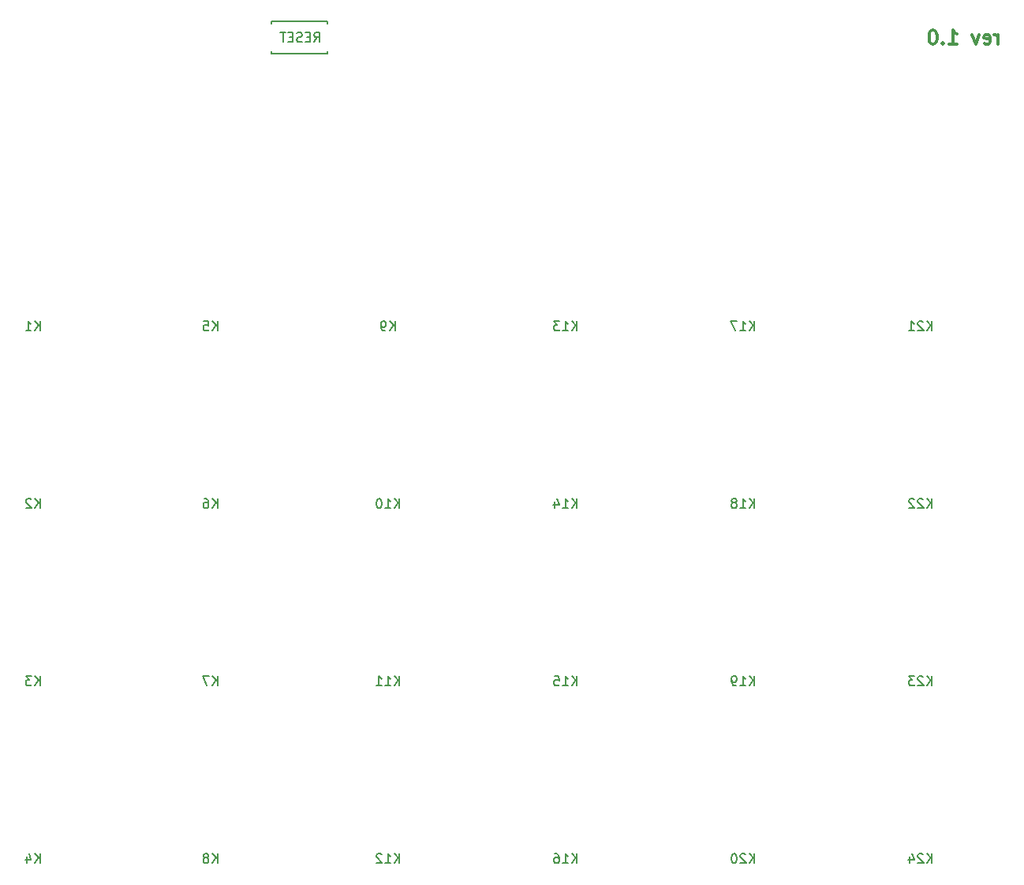
<source format=gbo>
G04 #@! TF.GenerationSoftware,KiCad,Pcbnew,(5.1.5)-3*
G04 #@! TF.CreationDate,2020-07-04T19:23:36+09:00*
G04 #@! TF.ProjectId,slamd,736c616d-642e-46b6-9963-61645f706362,rev?*
G04 #@! TF.SameCoordinates,Original*
G04 #@! TF.FileFunction,Legend,Bot*
G04 #@! TF.FilePolarity,Positive*
%FSLAX46Y46*%
G04 Gerber Fmt 4.6, Leading zero omitted, Abs format (unit mm)*
G04 Created by KiCad (PCBNEW (5.1.5)-3) date 2020-07-04 19:23:36*
%MOMM*%
%LPD*%
G04 APERTURE LIST*
%ADD10C,0.300000*%
%ADD11C,0.150000*%
%ADD12C,0.200000*%
G04 APERTURE END LIST*
D10*
X141678571Y-31178571D02*
X141678571Y-30178571D01*
X141678571Y-30464285D02*
X141607142Y-30321428D01*
X141535714Y-30250000D01*
X141392857Y-30178571D01*
X141250000Y-30178571D01*
X140178571Y-31107142D02*
X140321428Y-31178571D01*
X140607142Y-31178571D01*
X140750000Y-31107142D01*
X140821428Y-30964285D01*
X140821428Y-30392857D01*
X140750000Y-30250000D01*
X140607142Y-30178571D01*
X140321428Y-30178571D01*
X140178571Y-30250000D01*
X140107142Y-30392857D01*
X140107142Y-30535714D01*
X140821428Y-30678571D01*
X139607142Y-30178571D02*
X139250000Y-31178571D01*
X138892857Y-30178571D01*
X136392857Y-31178571D02*
X137250000Y-31178571D01*
X136821428Y-31178571D02*
X136821428Y-29678571D01*
X136964285Y-29892857D01*
X137107142Y-30035714D01*
X137250000Y-30107142D01*
X135750000Y-31035714D02*
X135678571Y-31107142D01*
X135750000Y-31178571D01*
X135821428Y-31107142D01*
X135750000Y-31035714D01*
X135750000Y-31178571D01*
X134750000Y-29678571D02*
X134607142Y-29678571D01*
X134464285Y-29750000D01*
X134392857Y-29821428D01*
X134321428Y-29964285D01*
X134250000Y-30250000D01*
X134250000Y-30607142D01*
X134321428Y-30892857D01*
X134392857Y-31035714D01*
X134464285Y-31107142D01*
X134607142Y-31178571D01*
X134750000Y-31178571D01*
X134892857Y-31107142D01*
X134964285Y-31035714D01*
X135035714Y-30892857D01*
X135107142Y-30607142D01*
X135107142Y-30250000D01*
X135035714Y-29964285D01*
X134964285Y-29821428D01*
X134892857Y-29750000D01*
X134750000Y-29678571D01*
D11*
X69675000Y-28730000D02*
X69675000Y-28980000D01*
X63675000Y-28730000D02*
X69675000Y-28730000D01*
X63675000Y-28980000D02*
X63675000Y-28730000D01*
X63675000Y-32230000D02*
X63675000Y-31980000D01*
X69675000Y-32230000D02*
X63675000Y-32230000D01*
X69675000Y-31980000D02*
X69675000Y-32230000D01*
X68254380Y-30932380D02*
X68587714Y-30456190D01*
X68825809Y-30932380D02*
X68825809Y-29932380D01*
X68444857Y-29932380D01*
X68349619Y-29980000D01*
X68302000Y-30027619D01*
X68254380Y-30122857D01*
X68254380Y-30265714D01*
X68302000Y-30360952D01*
X68349619Y-30408571D01*
X68444857Y-30456190D01*
X68825809Y-30456190D01*
X67825809Y-30408571D02*
X67492476Y-30408571D01*
X67349619Y-30932380D02*
X67825809Y-30932380D01*
X67825809Y-29932380D01*
X67349619Y-29932380D01*
X66968666Y-30884761D02*
X66825809Y-30932380D01*
X66587714Y-30932380D01*
X66492476Y-30884761D01*
X66444857Y-30837142D01*
X66397238Y-30741904D01*
X66397238Y-30646666D01*
X66444857Y-30551428D01*
X66492476Y-30503809D01*
X66587714Y-30456190D01*
X66778190Y-30408571D01*
X66873428Y-30360952D01*
X66921047Y-30313333D01*
X66968666Y-30218095D01*
X66968666Y-30122857D01*
X66921047Y-30027619D01*
X66873428Y-29980000D01*
X66778190Y-29932380D01*
X66540095Y-29932380D01*
X66397238Y-29980000D01*
X65968666Y-30408571D02*
X65635333Y-30408571D01*
X65492476Y-30932380D02*
X65968666Y-30932380D01*
X65968666Y-29932380D01*
X65492476Y-29932380D01*
X65206761Y-29932380D02*
X64635333Y-29932380D01*
X64921047Y-30932380D02*
X64921047Y-29932380D01*
D12*
X38838095Y-61920380D02*
X38838095Y-60920380D01*
X38266666Y-61920380D02*
X38695238Y-61348952D01*
X38266666Y-60920380D02*
X38838095Y-61491809D01*
X37314285Y-61920380D02*
X37885714Y-61920380D01*
X37600000Y-61920380D02*
X37600000Y-60920380D01*
X37695238Y-61063238D01*
X37790476Y-61158476D01*
X37885714Y-61206095D01*
X38838095Y-80970380D02*
X38838095Y-79970380D01*
X38266666Y-80970380D02*
X38695238Y-80398952D01*
X38266666Y-79970380D02*
X38838095Y-80541809D01*
X37885714Y-80065619D02*
X37838095Y-80018000D01*
X37742857Y-79970380D01*
X37504761Y-79970380D01*
X37409523Y-80018000D01*
X37361904Y-80065619D01*
X37314285Y-80160857D01*
X37314285Y-80256095D01*
X37361904Y-80398952D01*
X37933333Y-80970380D01*
X37314285Y-80970380D01*
X38838095Y-100020380D02*
X38838095Y-99020380D01*
X38266666Y-100020380D02*
X38695238Y-99448952D01*
X38266666Y-99020380D02*
X38838095Y-99591809D01*
X37933333Y-99020380D02*
X37314285Y-99020380D01*
X37647619Y-99401333D01*
X37504761Y-99401333D01*
X37409523Y-99448952D01*
X37361904Y-99496571D01*
X37314285Y-99591809D01*
X37314285Y-99829904D01*
X37361904Y-99925142D01*
X37409523Y-99972761D01*
X37504761Y-100020380D01*
X37790476Y-100020380D01*
X37885714Y-99972761D01*
X37933333Y-99925142D01*
X38838095Y-119070380D02*
X38838095Y-118070380D01*
X38266666Y-119070380D02*
X38695238Y-118498952D01*
X38266666Y-118070380D02*
X38838095Y-118641809D01*
X37409523Y-118403714D02*
X37409523Y-119070380D01*
X37647619Y-118022761D02*
X37885714Y-118737047D01*
X37266666Y-118737047D01*
X57888095Y-61920380D02*
X57888095Y-60920380D01*
X57316666Y-61920380D02*
X57745238Y-61348952D01*
X57316666Y-60920380D02*
X57888095Y-61491809D01*
X56411904Y-60920380D02*
X56888095Y-60920380D01*
X56935714Y-61396571D01*
X56888095Y-61348952D01*
X56792857Y-61301333D01*
X56554761Y-61301333D01*
X56459523Y-61348952D01*
X56411904Y-61396571D01*
X56364285Y-61491809D01*
X56364285Y-61729904D01*
X56411904Y-61825142D01*
X56459523Y-61872761D01*
X56554761Y-61920380D01*
X56792857Y-61920380D01*
X56888095Y-61872761D01*
X56935714Y-61825142D01*
X57888095Y-80970380D02*
X57888095Y-79970380D01*
X57316666Y-80970380D02*
X57745238Y-80398952D01*
X57316666Y-79970380D02*
X57888095Y-80541809D01*
X56459523Y-79970380D02*
X56650000Y-79970380D01*
X56745238Y-80018000D01*
X56792857Y-80065619D01*
X56888095Y-80208476D01*
X56935714Y-80398952D01*
X56935714Y-80779904D01*
X56888095Y-80875142D01*
X56840476Y-80922761D01*
X56745238Y-80970380D01*
X56554761Y-80970380D01*
X56459523Y-80922761D01*
X56411904Y-80875142D01*
X56364285Y-80779904D01*
X56364285Y-80541809D01*
X56411904Y-80446571D01*
X56459523Y-80398952D01*
X56554761Y-80351333D01*
X56745238Y-80351333D01*
X56840476Y-80398952D01*
X56888095Y-80446571D01*
X56935714Y-80541809D01*
X57888095Y-100020380D02*
X57888095Y-99020380D01*
X57316666Y-100020380D02*
X57745238Y-99448952D01*
X57316666Y-99020380D02*
X57888095Y-99591809D01*
X56983333Y-99020380D02*
X56316666Y-99020380D01*
X56745238Y-100020380D01*
X57888095Y-119070380D02*
X57888095Y-118070380D01*
X57316666Y-119070380D02*
X57745238Y-118498952D01*
X57316666Y-118070380D02*
X57888095Y-118641809D01*
X56745238Y-118498952D02*
X56840476Y-118451333D01*
X56888095Y-118403714D01*
X56935714Y-118308476D01*
X56935714Y-118260857D01*
X56888095Y-118165619D01*
X56840476Y-118118000D01*
X56745238Y-118070380D01*
X56554761Y-118070380D01*
X56459523Y-118118000D01*
X56411904Y-118165619D01*
X56364285Y-118260857D01*
X56364285Y-118308476D01*
X56411904Y-118403714D01*
X56459523Y-118451333D01*
X56554761Y-118498952D01*
X56745238Y-118498952D01*
X56840476Y-118546571D01*
X56888095Y-118594190D01*
X56935714Y-118689428D01*
X56935714Y-118879904D01*
X56888095Y-118975142D01*
X56840476Y-119022761D01*
X56745238Y-119070380D01*
X56554761Y-119070380D01*
X56459523Y-119022761D01*
X56411904Y-118975142D01*
X56364285Y-118879904D01*
X56364285Y-118689428D01*
X56411904Y-118594190D01*
X56459523Y-118546571D01*
X56554761Y-118498952D01*
X76938095Y-61920380D02*
X76938095Y-60920380D01*
X76366666Y-61920380D02*
X76795238Y-61348952D01*
X76366666Y-60920380D02*
X76938095Y-61491809D01*
X75890476Y-61920380D02*
X75700000Y-61920380D01*
X75604761Y-61872761D01*
X75557142Y-61825142D01*
X75461904Y-61682285D01*
X75414285Y-61491809D01*
X75414285Y-61110857D01*
X75461904Y-61015619D01*
X75509523Y-60968000D01*
X75604761Y-60920380D01*
X75795238Y-60920380D01*
X75890476Y-60968000D01*
X75938095Y-61015619D01*
X75985714Y-61110857D01*
X75985714Y-61348952D01*
X75938095Y-61444190D01*
X75890476Y-61491809D01*
X75795238Y-61539428D01*
X75604761Y-61539428D01*
X75509523Y-61491809D01*
X75461904Y-61444190D01*
X75414285Y-61348952D01*
X77414285Y-80970380D02*
X77414285Y-79970380D01*
X76842857Y-80970380D02*
X77271428Y-80398952D01*
X76842857Y-79970380D02*
X77414285Y-80541809D01*
X75890476Y-80970380D02*
X76461904Y-80970380D01*
X76176190Y-80970380D02*
X76176190Y-79970380D01*
X76271428Y-80113238D01*
X76366666Y-80208476D01*
X76461904Y-80256095D01*
X75271428Y-79970380D02*
X75176190Y-79970380D01*
X75080952Y-80018000D01*
X75033333Y-80065619D01*
X74985714Y-80160857D01*
X74938095Y-80351333D01*
X74938095Y-80589428D01*
X74985714Y-80779904D01*
X75033333Y-80875142D01*
X75080952Y-80922761D01*
X75176190Y-80970380D01*
X75271428Y-80970380D01*
X75366666Y-80922761D01*
X75414285Y-80875142D01*
X75461904Y-80779904D01*
X75509523Y-80589428D01*
X75509523Y-80351333D01*
X75461904Y-80160857D01*
X75414285Y-80065619D01*
X75366666Y-80018000D01*
X75271428Y-79970380D01*
X77414285Y-100020380D02*
X77414285Y-99020380D01*
X76842857Y-100020380D02*
X77271428Y-99448952D01*
X76842857Y-99020380D02*
X77414285Y-99591809D01*
X75890476Y-100020380D02*
X76461904Y-100020380D01*
X76176190Y-100020380D02*
X76176190Y-99020380D01*
X76271428Y-99163238D01*
X76366666Y-99258476D01*
X76461904Y-99306095D01*
X74938095Y-100020380D02*
X75509523Y-100020380D01*
X75223809Y-100020380D02*
X75223809Y-99020380D01*
X75319047Y-99163238D01*
X75414285Y-99258476D01*
X75509523Y-99306095D01*
X77414285Y-119070380D02*
X77414285Y-118070380D01*
X76842857Y-119070380D02*
X77271428Y-118498952D01*
X76842857Y-118070380D02*
X77414285Y-118641809D01*
X75890476Y-119070380D02*
X76461904Y-119070380D01*
X76176190Y-119070380D02*
X76176190Y-118070380D01*
X76271428Y-118213238D01*
X76366666Y-118308476D01*
X76461904Y-118356095D01*
X75509523Y-118165619D02*
X75461904Y-118118000D01*
X75366666Y-118070380D01*
X75128571Y-118070380D01*
X75033333Y-118118000D01*
X74985714Y-118165619D01*
X74938095Y-118260857D01*
X74938095Y-118356095D01*
X74985714Y-118498952D01*
X75557142Y-119070380D01*
X74938095Y-119070380D01*
X96464285Y-61920380D02*
X96464285Y-60920380D01*
X95892857Y-61920380D02*
X96321428Y-61348952D01*
X95892857Y-60920380D02*
X96464285Y-61491809D01*
X94940476Y-61920380D02*
X95511904Y-61920380D01*
X95226190Y-61920380D02*
X95226190Y-60920380D01*
X95321428Y-61063238D01*
X95416666Y-61158476D01*
X95511904Y-61206095D01*
X94607142Y-60920380D02*
X93988095Y-60920380D01*
X94321428Y-61301333D01*
X94178571Y-61301333D01*
X94083333Y-61348952D01*
X94035714Y-61396571D01*
X93988095Y-61491809D01*
X93988095Y-61729904D01*
X94035714Y-61825142D01*
X94083333Y-61872761D01*
X94178571Y-61920380D01*
X94464285Y-61920380D01*
X94559523Y-61872761D01*
X94607142Y-61825142D01*
X96464285Y-80970380D02*
X96464285Y-79970380D01*
X95892857Y-80970380D02*
X96321428Y-80398952D01*
X95892857Y-79970380D02*
X96464285Y-80541809D01*
X94940476Y-80970380D02*
X95511904Y-80970380D01*
X95226190Y-80970380D02*
X95226190Y-79970380D01*
X95321428Y-80113238D01*
X95416666Y-80208476D01*
X95511904Y-80256095D01*
X94083333Y-80303714D02*
X94083333Y-80970380D01*
X94321428Y-79922761D02*
X94559523Y-80637047D01*
X93940476Y-80637047D01*
X96464285Y-100020380D02*
X96464285Y-99020380D01*
X95892857Y-100020380D02*
X96321428Y-99448952D01*
X95892857Y-99020380D02*
X96464285Y-99591809D01*
X94940476Y-100020380D02*
X95511904Y-100020380D01*
X95226190Y-100020380D02*
X95226190Y-99020380D01*
X95321428Y-99163238D01*
X95416666Y-99258476D01*
X95511904Y-99306095D01*
X94035714Y-99020380D02*
X94511904Y-99020380D01*
X94559523Y-99496571D01*
X94511904Y-99448952D01*
X94416666Y-99401333D01*
X94178571Y-99401333D01*
X94083333Y-99448952D01*
X94035714Y-99496571D01*
X93988095Y-99591809D01*
X93988095Y-99829904D01*
X94035714Y-99925142D01*
X94083333Y-99972761D01*
X94178571Y-100020380D01*
X94416666Y-100020380D01*
X94511904Y-99972761D01*
X94559523Y-99925142D01*
X96464285Y-119070380D02*
X96464285Y-118070380D01*
X95892857Y-119070380D02*
X96321428Y-118498952D01*
X95892857Y-118070380D02*
X96464285Y-118641809D01*
X94940476Y-119070380D02*
X95511904Y-119070380D01*
X95226190Y-119070380D02*
X95226190Y-118070380D01*
X95321428Y-118213238D01*
X95416666Y-118308476D01*
X95511904Y-118356095D01*
X94083333Y-118070380D02*
X94273809Y-118070380D01*
X94369047Y-118118000D01*
X94416666Y-118165619D01*
X94511904Y-118308476D01*
X94559523Y-118498952D01*
X94559523Y-118879904D01*
X94511904Y-118975142D01*
X94464285Y-119022761D01*
X94369047Y-119070380D01*
X94178571Y-119070380D01*
X94083333Y-119022761D01*
X94035714Y-118975142D01*
X93988095Y-118879904D01*
X93988095Y-118641809D01*
X94035714Y-118546571D01*
X94083333Y-118498952D01*
X94178571Y-118451333D01*
X94369047Y-118451333D01*
X94464285Y-118498952D01*
X94511904Y-118546571D01*
X94559523Y-118641809D01*
X115514285Y-61920380D02*
X115514285Y-60920380D01*
X114942857Y-61920380D02*
X115371428Y-61348952D01*
X114942857Y-60920380D02*
X115514285Y-61491809D01*
X113990476Y-61920380D02*
X114561904Y-61920380D01*
X114276190Y-61920380D02*
X114276190Y-60920380D01*
X114371428Y-61063238D01*
X114466666Y-61158476D01*
X114561904Y-61206095D01*
X113657142Y-60920380D02*
X112990476Y-60920380D01*
X113419047Y-61920380D01*
X115514285Y-80970380D02*
X115514285Y-79970380D01*
X114942857Y-80970380D02*
X115371428Y-80398952D01*
X114942857Y-79970380D02*
X115514285Y-80541809D01*
X113990476Y-80970380D02*
X114561904Y-80970380D01*
X114276190Y-80970380D02*
X114276190Y-79970380D01*
X114371428Y-80113238D01*
X114466666Y-80208476D01*
X114561904Y-80256095D01*
X113419047Y-80398952D02*
X113514285Y-80351333D01*
X113561904Y-80303714D01*
X113609523Y-80208476D01*
X113609523Y-80160857D01*
X113561904Y-80065619D01*
X113514285Y-80018000D01*
X113419047Y-79970380D01*
X113228571Y-79970380D01*
X113133333Y-80018000D01*
X113085714Y-80065619D01*
X113038095Y-80160857D01*
X113038095Y-80208476D01*
X113085714Y-80303714D01*
X113133333Y-80351333D01*
X113228571Y-80398952D01*
X113419047Y-80398952D01*
X113514285Y-80446571D01*
X113561904Y-80494190D01*
X113609523Y-80589428D01*
X113609523Y-80779904D01*
X113561904Y-80875142D01*
X113514285Y-80922761D01*
X113419047Y-80970380D01*
X113228571Y-80970380D01*
X113133333Y-80922761D01*
X113085714Y-80875142D01*
X113038095Y-80779904D01*
X113038095Y-80589428D01*
X113085714Y-80494190D01*
X113133333Y-80446571D01*
X113228571Y-80398952D01*
X115514285Y-100020380D02*
X115514285Y-99020380D01*
X114942857Y-100020380D02*
X115371428Y-99448952D01*
X114942857Y-99020380D02*
X115514285Y-99591809D01*
X113990476Y-100020380D02*
X114561904Y-100020380D01*
X114276190Y-100020380D02*
X114276190Y-99020380D01*
X114371428Y-99163238D01*
X114466666Y-99258476D01*
X114561904Y-99306095D01*
X113514285Y-100020380D02*
X113323809Y-100020380D01*
X113228571Y-99972761D01*
X113180952Y-99925142D01*
X113085714Y-99782285D01*
X113038095Y-99591809D01*
X113038095Y-99210857D01*
X113085714Y-99115619D01*
X113133333Y-99068000D01*
X113228571Y-99020380D01*
X113419047Y-99020380D01*
X113514285Y-99068000D01*
X113561904Y-99115619D01*
X113609523Y-99210857D01*
X113609523Y-99448952D01*
X113561904Y-99544190D01*
X113514285Y-99591809D01*
X113419047Y-99639428D01*
X113228571Y-99639428D01*
X113133333Y-99591809D01*
X113085714Y-99544190D01*
X113038095Y-99448952D01*
X115514285Y-119070380D02*
X115514285Y-118070380D01*
X114942857Y-119070380D02*
X115371428Y-118498952D01*
X114942857Y-118070380D02*
X115514285Y-118641809D01*
X114561904Y-118165619D02*
X114514285Y-118118000D01*
X114419047Y-118070380D01*
X114180952Y-118070380D01*
X114085714Y-118118000D01*
X114038095Y-118165619D01*
X113990476Y-118260857D01*
X113990476Y-118356095D01*
X114038095Y-118498952D01*
X114609523Y-119070380D01*
X113990476Y-119070380D01*
X113371428Y-118070380D02*
X113276190Y-118070380D01*
X113180952Y-118118000D01*
X113133333Y-118165619D01*
X113085714Y-118260857D01*
X113038095Y-118451333D01*
X113038095Y-118689428D01*
X113085714Y-118879904D01*
X113133333Y-118975142D01*
X113180952Y-119022761D01*
X113276190Y-119070380D01*
X113371428Y-119070380D01*
X113466666Y-119022761D01*
X113514285Y-118975142D01*
X113561904Y-118879904D01*
X113609523Y-118689428D01*
X113609523Y-118451333D01*
X113561904Y-118260857D01*
X113514285Y-118165619D01*
X113466666Y-118118000D01*
X113371428Y-118070380D01*
X134564285Y-61920380D02*
X134564285Y-60920380D01*
X133992857Y-61920380D02*
X134421428Y-61348952D01*
X133992857Y-60920380D02*
X134564285Y-61491809D01*
X133611904Y-61015619D02*
X133564285Y-60968000D01*
X133469047Y-60920380D01*
X133230952Y-60920380D01*
X133135714Y-60968000D01*
X133088095Y-61015619D01*
X133040476Y-61110857D01*
X133040476Y-61206095D01*
X133088095Y-61348952D01*
X133659523Y-61920380D01*
X133040476Y-61920380D01*
X132088095Y-61920380D02*
X132659523Y-61920380D01*
X132373809Y-61920380D02*
X132373809Y-60920380D01*
X132469047Y-61063238D01*
X132564285Y-61158476D01*
X132659523Y-61206095D01*
X134564285Y-80970380D02*
X134564285Y-79970380D01*
X133992857Y-80970380D02*
X134421428Y-80398952D01*
X133992857Y-79970380D02*
X134564285Y-80541809D01*
X133611904Y-80065619D02*
X133564285Y-80018000D01*
X133469047Y-79970380D01*
X133230952Y-79970380D01*
X133135714Y-80018000D01*
X133088095Y-80065619D01*
X133040476Y-80160857D01*
X133040476Y-80256095D01*
X133088095Y-80398952D01*
X133659523Y-80970380D01*
X133040476Y-80970380D01*
X132659523Y-80065619D02*
X132611904Y-80018000D01*
X132516666Y-79970380D01*
X132278571Y-79970380D01*
X132183333Y-80018000D01*
X132135714Y-80065619D01*
X132088095Y-80160857D01*
X132088095Y-80256095D01*
X132135714Y-80398952D01*
X132707142Y-80970380D01*
X132088095Y-80970380D01*
X134564285Y-100020380D02*
X134564285Y-99020380D01*
X133992857Y-100020380D02*
X134421428Y-99448952D01*
X133992857Y-99020380D02*
X134564285Y-99591809D01*
X133611904Y-99115619D02*
X133564285Y-99068000D01*
X133469047Y-99020380D01*
X133230952Y-99020380D01*
X133135714Y-99068000D01*
X133088095Y-99115619D01*
X133040476Y-99210857D01*
X133040476Y-99306095D01*
X133088095Y-99448952D01*
X133659523Y-100020380D01*
X133040476Y-100020380D01*
X132707142Y-99020380D02*
X132088095Y-99020380D01*
X132421428Y-99401333D01*
X132278571Y-99401333D01*
X132183333Y-99448952D01*
X132135714Y-99496571D01*
X132088095Y-99591809D01*
X132088095Y-99829904D01*
X132135714Y-99925142D01*
X132183333Y-99972761D01*
X132278571Y-100020380D01*
X132564285Y-100020380D01*
X132659523Y-99972761D01*
X132707142Y-99925142D01*
X134564285Y-119070380D02*
X134564285Y-118070380D01*
X133992857Y-119070380D02*
X134421428Y-118498952D01*
X133992857Y-118070380D02*
X134564285Y-118641809D01*
X133611904Y-118165619D02*
X133564285Y-118118000D01*
X133469047Y-118070380D01*
X133230952Y-118070380D01*
X133135714Y-118118000D01*
X133088095Y-118165619D01*
X133040476Y-118260857D01*
X133040476Y-118356095D01*
X133088095Y-118498952D01*
X133659523Y-119070380D01*
X133040476Y-119070380D01*
X132183333Y-118403714D02*
X132183333Y-119070380D01*
X132421428Y-118022761D02*
X132659523Y-118737047D01*
X132040476Y-118737047D01*
M02*

</source>
